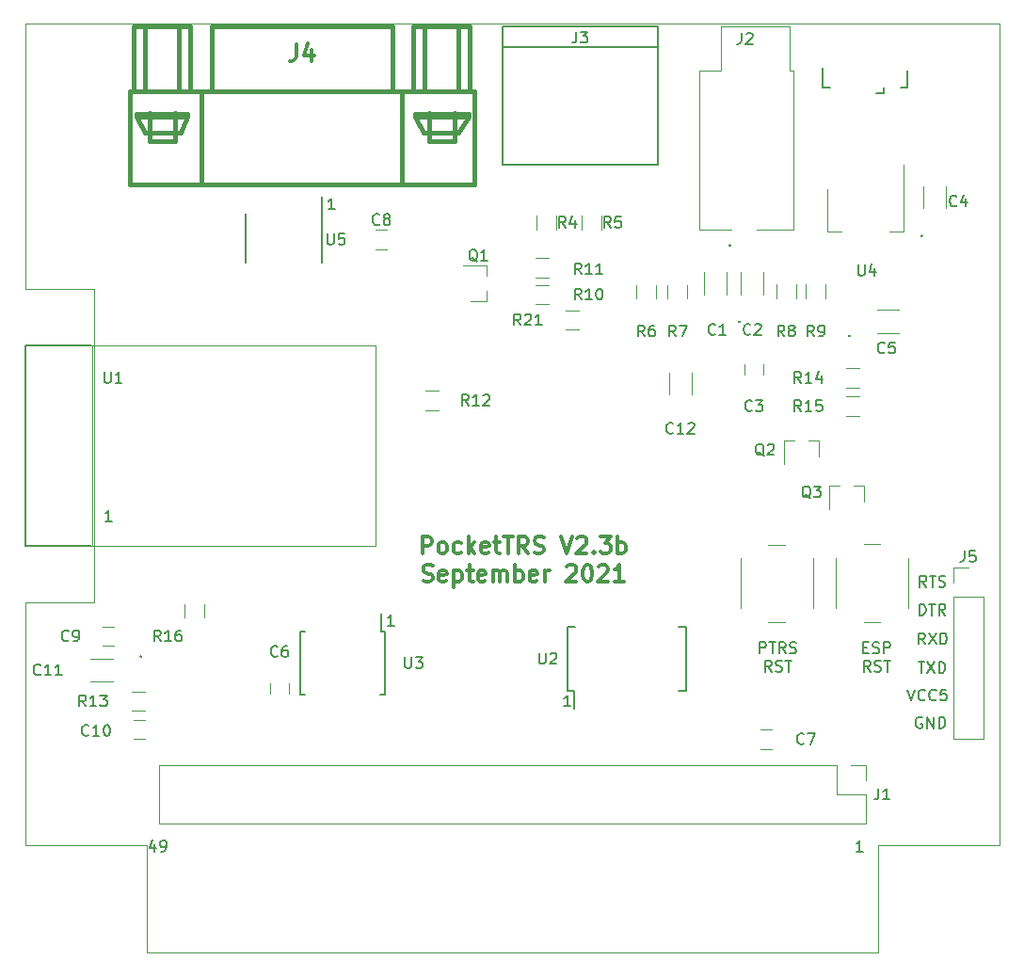
<source format=gbr>
G04 #@! TF.GenerationSoftware,KiCad,Pcbnew,(5.1.5)-3*
G04 #@! TF.CreationDate,2021-09-07T21:26:41+12:00*
G04 #@! TF.ProjectId,PocketTRS,506f636b-6574-4545-9253-2e6b69636164,rev?*
G04 #@! TF.SameCoordinates,Original*
G04 #@! TF.FileFunction,Legend,Top*
G04 #@! TF.FilePolarity,Positive*
%FSLAX46Y46*%
G04 Gerber Fmt 4.6, Leading zero omitted, Abs format (unit mm)*
G04 Created by KiCad (PCBNEW (5.1.5)-3) date 2021-09-07 21:26:41*
%MOMM*%
%LPD*%
G04 APERTURE LIST*
%ADD10C,0.150000*%
%ADD11C,0.050000*%
%ADD12C,0.300000*%
%ADD13C,0.120000*%
%ADD14C,0.381000*%
%ADD15C,0.304800*%
G04 APERTURE END LIST*
D10*
X176752285Y-135802714D02*
X176752285Y-136469380D01*
X176514190Y-135421761D02*
X176276095Y-136136047D01*
X176895142Y-136136047D01*
X177323714Y-136469380D02*
X177514190Y-136469380D01*
X177609428Y-136421761D01*
X177657047Y-136374142D01*
X177752285Y-136231285D01*
X177799904Y-136040809D01*
X177799904Y-135659857D01*
X177752285Y-135564619D01*
X177704666Y-135517000D01*
X177609428Y-135469380D01*
X177418952Y-135469380D01*
X177323714Y-135517000D01*
X177276095Y-135564619D01*
X177228476Y-135659857D01*
X177228476Y-135897952D01*
X177276095Y-135993190D01*
X177323714Y-136040809D01*
X177418952Y-136088428D01*
X177609428Y-136088428D01*
X177704666Y-136040809D01*
X177752285Y-135993190D01*
X177799904Y-135897952D01*
X240442714Y-136469380D02*
X239871285Y-136469380D01*
X240157000Y-136469380D02*
X240157000Y-135469380D01*
X240061761Y-135612238D01*
X239966523Y-135707476D01*
X239871285Y-135755095D01*
D11*
X175260000Y-135890000D02*
X176022000Y-135890000D01*
X241808000Y-145542000D02*
X241300000Y-145542000D01*
X241808000Y-135890000D02*
X252730000Y-135890000D01*
X241808000Y-145542000D02*
X241808000Y-135890000D01*
X176022000Y-145542000D02*
X241300000Y-145542000D01*
X176022000Y-135890000D02*
X176022000Y-145542000D01*
X165100000Y-135890000D02*
X175260000Y-135890000D01*
D10*
X229362000Y-88749142D02*
X229409619Y-88796761D01*
X229362000Y-88844380D01*
X229314380Y-88796761D01*
X229362000Y-88749142D01*
X229362000Y-88844380D01*
X175514000Y-118848142D02*
X175561619Y-118895761D01*
X175514000Y-118943380D01*
X175466380Y-118895761D01*
X175514000Y-118848142D01*
X175514000Y-118943380D01*
X245745000Y-81002142D02*
X245792619Y-81049761D01*
X245745000Y-81097380D01*
X245697380Y-81049761D01*
X245745000Y-81002142D01*
X245745000Y-81097380D01*
D11*
X165100000Y-135890000D02*
X165100000Y-114046000D01*
X165100000Y-64770000D02*
X165100000Y-85852000D01*
X171323000Y-85852000D02*
X171323000Y-90805000D01*
X171323000Y-85852000D02*
X165100000Y-85852000D01*
X171323000Y-114046000D02*
X171323000Y-90805000D01*
X165100000Y-114046000D02*
X171323000Y-114046000D01*
D10*
X231171952Y-118626380D02*
X231171952Y-117626380D01*
X231552904Y-117626380D01*
X231648142Y-117674000D01*
X231695761Y-117721619D01*
X231743380Y-117816857D01*
X231743380Y-117959714D01*
X231695761Y-118054952D01*
X231648142Y-118102571D01*
X231552904Y-118150190D01*
X231171952Y-118150190D01*
X232029095Y-117626380D02*
X232600523Y-117626380D01*
X232314809Y-118626380D02*
X232314809Y-117626380D01*
X233505285Y-118626380D02*
X233171952Y-118150190D01*
X232933857Y-118626380D02*
X232933857Y-117626380D01*
X233314809Y-117626380D01*
X233410047Y-117674000D01*
X233457666Y-117721619D01*
X233505285Y-117816857D01*
X233505285Y-117959714D01*
X233457666Y-118054952D01*
X233410047Y-118102571D01*
X233314809Y-118150190D01*
X232933857Y-118150190D01*
X233886238Y-118578761D02*
X234029095Y-118626380D01*
X234267190Y-118626380D01*
X234362428Y-118578761D01*
X234410047Y-118531142D01*
X234457666Y-118435904D01*
X234457666Y-118340666D01*
X234410047Y-118245428D01*
X234362428Y-118197809D01*
X234267190Y-118150190D01*
X234076714Y-118102571D01*
X233981476Y-118054952D01*
X233933857Y-118007333D01*
X233886238Y-117912095D01*
X233886238Y-117816857D01*
X233933857Y-117721619D01*
X233981476Y-117674000D01*
X234076714Y-117626380D01*
X234314809Y-117626380D01*
X234457666Y-117674000D01*
X232243380Y-120276380D02*
X231910047Y-119800190D01*
X231671952Y-120276380D02*
X231671952Y-119276380D01*
X232052904Y-119276380D01*
X232148142Y-119324000D01*
X232195761Y-119371619D01*
X232243380Y-119466857D01*
X232243380Y-119609714D01*
X232195761Y-119704952D01*
X232148142Y-119752571D01*
X232052904Y-119800190D01*
X231671952Y-119800190D01*
X232624333Y-120228761D02*
X232767190Y-120276380D01*
X233005285Y-120276380D01*
X233100523Y-120228761D01*
X233148142Y-120181142D01*
X233195761Y-120085904D01*
X233195761Y-119990666D01*
X233148142Y-119895428D01*
X233100523Y-119847809D01*
X233005285Y-119800190D01*
X232814809Y-119752571D01*
X232719571Y-119704952D01*
X232671952Y-119657333D01*
X232624333Y-119562095D01*
X232624333Y-119466857D01*
X232671952Y-119371619D01*
X232719571Y-119324000D01*
X232814809Y-119276380D01*
X233052904Y-119276380D01*
X233195761Y-119324000D01*
X233481476Y-119276380D02*
X234052904Y-119276380D01*
X233767190Y-120276380D02*
X233767190Y-119276380D01*
X240490523Y-118102571D02*
X240823857Y-118102571D01*
X240966714Y-118626380D02*
X240490523Y-118626380D01*
X240490523Y-117626380D01*
X240966714Y-117626380D01*
X241347666Y-118578761D02*
X241490523Y-118626380D01*
X241728619Y-118626380D01*
X241823857Y-118578761D01*
X241871476Y-118531142D01*
X241919095Y-118435904D01*
X241919095Y-118340666D01*
X241871476Y-118245428D01*
X241823857Y-118197809D01*
X241728619Y-118150190D01*
X241538142Y-118102571D01*
X241442904Y-118054952D01*
X241395285Y-118007333D01*
X241347666Y-117912095D01*
X241347666Y-117816857D01*
X241395285Y-117721619D01*
X241442904Y-117674000D01*
X241538142Y-117626380D01*
X241776238Y-117626380D01*
X241919095Y-117674000D01*
X242347666Y-118626380D02*
X242347666Y-117626380D01*
X242728619Y-117626380D01*
X242823857Y-117674000D01*
X242871476Y-117721619D01*
X242919095Y-117816857D01*
X242919095Y-117959714D01*
X242871476Y-118054952D01*
X242823857Y-118102571D01*
X242728619Y-118150190D01*
X242347666Y-118150190D01*
X241133380Y-120276380D02*
X240800047Y-119800190D01*
X240561952Y-120276380D02*
X240561952Y-119276380D01*
X240942904Y-119276380D01*
X241038142Y-119324000D01*
X241085761Y-119371619D01*
X241133380Y-119466857D01*
X241133380Y-119609714D01*
X241085761Y-119704952D01*
X241038142Y-119752571D01*
X240942904Y-119800190D01*
X240561952Y-119800190D01*
X241514333Y-120228761D02*
X241657190Y-120276380D01*
X241895285Y-120276380D01*
X241990523Y-120228761D01*
X242038142Y-120181142D01*
X242085761Y-120085904D01*
X242085761Y-119990666D01*
X242038142Y-119895428D01*
X241990523Y-119847809D01*
X241895285Y-119800190D01*
X241704809Y-119752571D01*
X241609571Y-119704952D01*
X241561952Y-119657333D01*
X241514333Y-119562095D01*
X241514333Y-119466857D01*
X241561952Y-119371619D01*
X241609571Y-119324000D01*
X241704809Y-119276380D01*
X241942904Y-119276380D01*
X242085761Y-119324000D01*
X242371476Y-119276380D02*
X242942904Y-119276380D01*
X242657190Y-120276380D02*
X242657190Y-119276380D01*
X228473000Y-81891142D02*
X228520619Y-81938761D01*
X228473000Y-81986380D01*
X228425380Y-81938761D01*
X228473000Y-81891142D01*
X228473000Y-81986380D01*
X239268000Y-90019142D02*
X239315619Y-90066761D01*
X239268000Y-90114380D01*
X239220380Y-90066761D01*
X239268000Y-90019142D01*
X239268000Y-90114380D01*
X192944714Y-78684380D02*
X192373285Y-78684380D01*
X192659000Y-78684380D02*
X192659000Y-77684380D01*
X192563761Y-77827238D01*
X192468523Y-77922476D01*
X192373285Y-77970095D01*
X198278714Y-116149380D02*
X197707285Y-116149380D01*
X197993000Y-116149380D02*
X197993000Y-115149380D01*
X197897761Y-115292238D01*
X197802523Y-115387476D01*
X197707285Y-115435095D01*
X214153714Y-123388380D02*
X213582285Y-123388380D01*
X213868000Y-123388380D02*
X213868000Y-122388380D01*
X213772761Y-122531238D01*
X213677523Y-122626476D01*
X213582285Y-122674095D01*
X172878714Y-106751380D02*
X172307285Y-106751380D01*
X172593000Y-106751380D02*
X172593000Y-105751380D01*
X172497761Y-105894238D01*
X172402523Y-105989476D01*
X172307285Y-106037095D01*
D11*
X252730000Y-64770000D02*
X252730000Y-61976000D01*
X165100000Y-61976000D02*
X165100000Y-64770000D01*
D12*
X200823857Y-109639571D02*
X200823857Y-108139571D01*
X201395285Y-108139571D01*
X201538142Y-108211000D01*
X201609571Y-108282428D01*
X201681000Y-108425285D01*
X201681000Y-108639571D01*
X201609571Y-108782428D01*
X201538142Y-108853857D01*
X201395285Y-108925285D01*
X200823857Y-108925285D01*
X202538142Y-109639571D02*
X202395285Y-109568142D01*
X202323857Y-109496714D01*
X202252428Y-109353857D01*
X202252428Y-108925285D01*
X202323857Y-108782428D01*
X202395285Y-108711000D01*
X202538142Y-108639571D01*
X202752428Y-108639571D01*
X202895285Y-108711000D01*
X202966714Y-108782428D01*
X203038142Y-108925285D01*
X203038142Y-109353857D01*
X202966714Y-109496714D01*
X202895285Y-109568142D01*
X202752428Y-109639571D01*
X202538142Y-109639571D01*
X204323857Y-109568142D02*
X204181000Y-109639571D01*
X203895285Y-109639571D01*
X203752428Y-109568142D01*
X203681000Y-109496714D01*
X203609571Y-109353857D01*
X203609571Y-108925285D01*
X203681000Y-108782428D01*
X203752428Y-108711000D01*
X203895285Y-108639571D01*
X204181000Y-108639571D01*
X204323857Y-108711000D01*
X204966714Y-109639571D02*
X204966714Y-108139571D01*
X205109571Y-109068142D02*
X205538142Y-109639571D01*
X205538142Y-108639571D02*
X204966714Y-109211000D01*
X206752428Y-109568142D02*
X206609571Y-109639571D01*
X206323857Y-109639571D01*
X206181000Y-109568142D01*
X206109571Y-109425285D01*
X206109571Y-108853857D01*
X206181000Y-108711000D01*
X206323857Y-108639571D01*
X206609571Y-108639571D01*
X206752428Y-108711000D01*
X206823857Y-108853857D01*
X206823857Y-108996714D01*
X206109571Y-109139571D01*
X207252428Y-108639571D02*
X207823857Y-108639571D01*
X207466714Y-108139571D02*
X207466714Y-109425285D01*
X207538142Y-109568142D01*
X207681000Y-109639571D01*
X207823857Y-109639571D01*
X208109571Y-108139571D02*
X208966714Y-108139571D01*
X208538142Y-109639571D02*
X208538142Y-108139571D01*
X210323857Y-109639571D02*
X209823857Y-108925285D01*
X209466714Y-109639571D02*
X209466714Y-108139571D01*
X210038142Y-108139571D01*
X210181000Y-108211000D01*
X210252428Y-108282428D01*
X210323857Y-108425285D01*
X210323857Y-108639571D01*
X210252428Y-108782428D01*
X210181000Y-108853857D01*
X210038142Y-108925285D01*
X209466714Y-108925285D01*
X210895285Y-109568142D02*
X211109571Y-109639571D01*
X211466714Y-109639571D01*
X211609571Y-109568142D01*
X211681000Y-109496714D01*
X211752428Y-109353857D01*
X211752428Y-109211000D01*
X211681000Y-109068142D01*
X211609571Y-108996714D01*
X211466714Y-108925285D01*
X211181000Y-108853857D01*
X211038142Y-108782428D01*
X210966714Y-108711000D01*
X210895285Y-108568142D01*
X210895285Y-108425285D01*
X210966714Y-108282428D01*
X211038142Y-108211000D01*
X211181000Y-108139571D01*
X211538142Y-108139571D01*
X211752428Y-108211000D01*
X213323857Y-108139571D02*
X213823857Y-109639571D01*
X214323857Y-108139571D01*
X214752428Y-108282428D02*
X214823857Y-108211000D01*
X214966714Y-108139571D01*
X215323857Y-108139571D01*
X215466714Y-108211000D01*
X215538142Y-108282428D01*
X215609571Y-108425285D01*
X215609571Y-108568142D01*
X215538142Y-108782428D01*
X214681000Y-109639571D01*
X215609571Y-109639571D01*
X216252428Y-109496714D02*
X216323857Y-109568142D01*
X216252428Y-109639571D01*
X216181000Y-109568142D01*
X216252428Y-109496714D01*
X216252428Y-109639571D01*
X216823857Y-108139571D02*
X217752428Y-108139571D01*
X217252428Y-108711000D01*
X217466714Y-108711000D01*
X217609571Y-108782428D01*
X217681000Y-108853857D01*
X217752428Y-108996714D01*
X217752428Y-109353857D01*
X217681000Y-109496714D01*
X217609571Y-109568142D01*
X217466714Y-109639571D01*
X217038142Y-109639571D01*
X216895285Y-109568142D01*
X216823857Y-109496714D01*
X218395285Y-109639571D02*
X218395285Y-108139571D01*
X218395285Y-108711000D02*
X218538142Y-108639571D01*
X218823857Y-108639571D01*
X218966714Y-108711000D01*
X219038142Y-108782428D01*
X219109571Y-108925285D01*
X219109571Y-109353857D01*
X219038142Y-109496714D01*
X218966714Y-109568142D01*
X218823857Y-109639571D01*
X218538142Y-109639571D01*
X218395285Y-109568142D01*
X200895285Y-112118142D02*
X201109571Y-112189571D01*
X201466714Y-112189571D01*
X201609571Y-112118142D01*
X201681000Y-112046714D01*
X201752428Y-111903857D01*
X201752428Y-111761000D01*
X201681000Y-111618142D01*
X201609571Y-111546714D01*
X201466714Y-111475285D01*
X201181000Y-111403857D01*
X201038142Y-111332428D01*
X200966714Y-111261000D01*
X200895285Y-111118142D01*
X200895285Y-110975285D01*
X200966714Y-110832428D01*
X201038142Y-110761000D01*
X201181000Y-110689571D01*
X201538142Y-110689571D01*
X201752428Y-110761000D01*
X202966714Y-112118142D02*
X202823857Y-112189571D01*
X202538142Y-112189571D01*
X202395285Y-112118142D01*
X202323857Y-111975285D01*
X202323857Y-111403857D01*
X202395285Y-111261000D01*
X202538142Y-111189571D01*
X202823857Y-111189571D01*
X202966714Y-111261000D01*
X203038142Y-111403857D01*
X203038142Y-111546714D01*
X202323857Y-111689571D01*
X203681000Y-111189571D02*
X203681000Y-112689571D01*
X203681000Y-111261000D02*
X203823857Y-111189571D01*
X204109571Y-111189571D01*
X204252428Y-111261000D01*
X204323857Y-111332428D01*
X204395285Y-111475285D01*
X204395285Y-111903857D01*
X204323857Y-112046714D01*
X204252428Y-112118142D01*
X204109571Y-112189571D01*
X203823857Y-112189571D01*
X203681000Y-112118142D01*
X204823857Y-111189571D02*
X205395285Y-111189571D01*
X205038142Y-110689571D02*
X205038142Y-111975285D01*
X205109571Y-112118142D01*
X205252428Y-112189571D01*
X205395285Y-112189571D01*
X206466714Y-112118142D02*
X206323857Y-112189571D01*
X206038142Y-112189571D01*
X205895285Y-112118142D01*
X205823857Y-111975285D01*
X205823857Y-111403857D01*
X205895285Y-111261000D01*
X206038142Y-111189571D01*
X206323857Y-111189571D01*
X206466714Y-111261000D01*
X206538142Y-111403857D01*
X206538142Y-111546714D01*
X205823857Y-111689571D01*
X207181000Y-112189571D02*
X207181000Y-111189571D01*
X207181000Y-111332428D02*
X207252428Y-111261000D01*
X207395285Y-111189571D01*
X207609571Y-111189571D01*
X207752428Y-111261000D01*
X207823857Y-111403857D01*
X207823857Y-112189571D01*
X207823857Y-111403857D02*
X207895285Y-111261000D01*
X208038142Y-111189571D01*
X208252428Y-111189571D01*
X208395285Y-111261000D01*
X208466714Y-111403857D01*
X208466714Y-112189571D01*
X209181000Y-112189571D02*
X209181000Y-110689571D01*
X209181000Y-111261000D02*
X209323857Y-111189571D01*
X209609571Y-111189571D01*
X209752428Y-111261000D01*
X209823857Y-111332428D01*
X209895285Y-111475285D01*
X209895285Y-111903857D01*
X209823857Y-112046714D01*
X209752428Y-112118142D01*
X209609571Y-112189571D01*
X209323857Y-112189571D01*
X209181000Y-112118142D01*
X211109571Y-112118142D02*
X210966714Y-112189571D01*
X210681000Y-112189571D01*
X210538142Y-112118142D01*
X210466714Y-111975285D01*
X210466714Y-111403857D01*
X210538142Y-111261000D01*
X210681000Y-111189571D01*
X210966714Y-111189571D01*
X211109571Y-111261000D01*
X211181000Y-111403857D01*
X211181000Y-111546714D01*
X210466714Y-111689571D01*
X211823857Y-112189571D02*
X211823857Y-111189571D01*
X211823857Y-111475285D02*
X211895285Y-111332428D01*
X211966714Y-111261000D01*
X212109571Y-111189571D01*
X212252428Y-111189571D01*
X213823857Y-110832428D02*
X213895285Y-110761000D01*
X214038142Y-110689571D01*
X214395285Y-110689571D01*
X214538142Y-110761000D01*
X214609571Y-110832428D01*
X214681000Y-110975285D01*
X214681000Y-111118142D01*
X214609571Y-111332428D01*
X213752428Y-112189571D01*
X214681000Y-112189571D01*
X215609571Y-110689571D02*
X215752428Y-110689571D01*
X215895285Y-110761000D01*
X215966714Y-110832428D01*
X216038142Y-110975285D01*
X216109571Y-111261000D01*
X216109571Y-111618142D01*
X216038142Y-111903857D01*
X215966714Y-112046714D01*
X215895285Y-112118142D01*
X215752428Y-112189571D01*
X215609571Y-112189571D01*
X215466714Y-112118142D01*
X215395285Y-112046714D01*
X215323857Y-111903857D01*
X215252428Y-111618142D01*
X215252428Y-111261000D01*
X215323857Y-110975285D01*
X215395285Y-110832428D01*
X215466714Y-110761000D01*
X215609571Y-110689571D01*
X216681000Y-110832428D02*
X216752428Y-110761000D01*
X216895285Y-110689571D01*
X217252428Y-110689571D01*
X217395285Y-110761000D01*
X217466714Y-110832428D01*
X217538142Y-110975285D01*
X217538142Y-111118142D01*
X217466714Y-111332428D01*
X216609571Y-112189571D01*
X217538142Y-112189571D01*
X218966714Y-112189571D02*
X218109571Y-112189571D01*
X218538142Y-112189571D02*
X218538142Y-110689571D01*
X218395285Y-110903857D01*
X218252428Y-111046714D01*
X218109571Y-111118142D01*
D11*
X252730000Y-64770000D02*
X252730000Y-135890000D01*
D10*
X244473214Y-121880380D02*
X244806547Y-122880380D01*
X245139880Y-121880380D01*
X246044642Y-122785142D02*
X245997023Y-122832761D01*
X245854166Y-122880380D01*
X245758928Y-122880380D01*
X245616071Y-122832761D01*
X245520833Y-122737523D01*
X245473214Y-122642285D01*
X245425595Y-122451809D01*
X245425595Y-122308952D01*
X245473214Y-122118476D01*
X245520833Y-122023238D01*
X245616071Y-121928000D01*
X245758928Y-121880380D01*
X245854166Y-121880380D01*
X245997023Y-121928000D01*
X246044642Y-121975619D01*
X247044642Y-122785142D02*
X246997023Y-122832761D01*
X246854166Y-122880380D01*
X246758928Y-122880380D01*
X246616071Y-122832761D01*
X246520833Y-122737523D01*
X246473214Y-122642285D01*
X246425595Y-122451809D01*
X246425595Y-122308952D01*
X246473214Y-122118476D01*
X246520833Y-122023238D01*
X246616071Y-121928000D01*
X246758928Y-121880380D01*
X246854166Y-121880380D01*
X246997023Y-121928000D01*
X247044642Y-121975619D01*
X247949404Y-121880380D02*
X247473214Y-121880380D01*
X247425595Y-122356571D01*
X247473214Y-122308952D01*
X247568452Y-122261333D01*
X247806547Y-122261333D01*
X247901785Y-122308952D01*
X247949404Y-122356571D01*
X247997023Y-122451809D01*
X247997023Y-122689904D01*
X247949404Y-122785142D01*
X247901785Y-122832761D01*
X247806547Y-122880380D01*
X247568452Y-122880380D01*
X247473214Y-122832761D01*
X247425595Y-122785142D01*
X245441452Y-119403880D02*
X246012880Y-119403880D01*
X245727166Y-120403880D02*
X245727166Y-119403880D01*
X246250976Y-119403880D02*
X246917642Y-120403880D01*
X246917642Y-119403880D02*
X246250976Y-120403880D01*
X247298595Y-120403880D02*
X247298595Y-119403880D01*
X247536690Y-119403880D01*
X247679547Y-119451500D01*
X247774785Y-119546738D01*
X247822404Y-119641976D01*
X247870023Y-119832452D01*
X247870023Y-119975309D01*
X247822404Y-120165785D01*
X247774785Y-120261023D01*
X247679547Y-120356261D01*
X247536690Y-120403880D01*
X247298595Y-120403880D01*
X246044642Y-117800380D02*
X245711309Y-117324190D01*
X245473214Y-117800380D02*
X245473214Y-116800380D01*
X245854166Y-116800380D01*
X245949404Y-116848000D01*
X245997023Y-116895619D01*
X246044642Y-116990857D01*
X246044642Y-117133714D01*
X245997023Y-117228952D01*
X245949404Y-117276571D01*
X245854166Y-117324190D01*
X245473214Y-117324190D01*
X246377976Y-116800380D02*
X247044642Y-117800380D01*
X247044642Y-116800380D02*
X246377976Y-117800380D01*
X247425595Y-117800380D02*
X247425595Y-116800380D01*
X247663690Y-116800380D01*
X247806547Y-116848000D01*
X247901785Y-116943238D01*
X247949404Y-117038476D01*
X247997023Y-117228952D01*
X247997023Y-117371809D01*
X247949404Y-117562285D01*
X247901785Y-117657523D01*
X247806547Y-117752761D01*
X247663690Y-117800380D01*
X247425595Y-117800380D01*
X245774785Y-124404500D02*
X245679547Y-124356880D01*
X245536690Y-124356880D01*
X245393833Y-124404500D01*
X245298595Y-124499738D01*
X245250976Y-124594976D01*
X245203357Y-124785452D01*
X245203357Y-124928309D01*
X245250976Y-125118785D01*
X245298595Y-125214023D01*
X245393833Y-125309261D01*
X245536690Y-125356880D01*
X245631928Y-125356880D01*
X245774785Y-125309261D01*
X245822404Y-125261642D01*
X245822404Y-124928309D01*
X245631928Y-124928309D01*
X246250976Y-125356880D02*
X246250976Y-124356880D01*
X246822404Y-125356880D01*
X246822404Y-124356880D01*
X247298595Y-125356880D02*
X247298595Y-124356880D01*
X247536690Y-124356880D01*
X247679547Y-124404500D01*
X247774785Y-124499738D01*
X247822404Y-124594976D01*
X247870023Y-124785452D01*
X247870023Y-124928309D01*
X247822404Y-125118785D01*
X247774785Y-125214023D01*
X247679547Y-125309261D01*
X247536690Y-125356880D01*
X247298595Y-125356880D01*
X245536690Y-115196880D02*
X245536690Y-114196880D01*
X245774785Y-114196880D01*
X245917642Y-114244500D01*
X246012880Y-114339738D01*
X246060500Y-114434976D01*
X246108119Y-114625452D01*
X246108119Y-114768309D01*
X246060500Y-114958785D01*
X246012880Y-115054023D01*
X245917642Y-115149261D01*
X245774785Y-115196880D01*
X245536690Y-115196880D01*
X246393833Y-114196880D02*
X246965261Y-114196880D01*
X246679547Y-115196880D02*
X246679547Y-114196880D01*
X247870023Y-115196880D02*
X247536690Y-114720690D01*
X247298595Y-115196880D02*
X247298595Y-114196880D01*
X247679547Y-114196880D01*
X247774785Y-114244500D01*
X247822404Y-114292119D01*
X247870023Y-114387357D01*
X247870023Y-114530214D01*
X247822404Y-114625452D01*
X247774785Y-114673071D01*
X247679547Y-114720690D01*
X247298595Y-114720690D01*
X246155738Y-112656880D02*
X245822404Y-112180690D01*
X245584309Y-112656880D02*
X245584309Y-111656880D01*
X245965261Y-111656880D01*
X246060500Y-111704500D01*
X246108119Y-111752119D01*
X246155738Y-111847357D01*
X246155738Y-111990214D01*
X246108119Y-112085452D01*
X246060500Y-112133071D01*
X245965261Y-112180690D01*
X245584309Y-112180690D01*
X246441452Y-111656880D02*
X247012880Y-111656880D01*
X246727166Y-112656880D02*
X246727166Y-111656880D01*
X247298595Y-112609261D02*
X247441452Y-112656880D01*
X247679547Y-112656880D01*
X247774785Y-112609261D01*
X247822404Y-112561642D01*
X247870023Y-112466404D01*
X247870023Y-112371166D01*
X247822404Y-112275928D01*
X247774785Y-112228309D01*
X247679547Y-112180690D01*
X247489071Y-112133071D01*
X247393833Y-112085452D01*
X247346214Y-112037833D01*
X247298595Y-111942595D01*
X247298595Y-111847357D01*
X247346214Y-111752119D01*
X247393833Y-111704500D01*
X247489071Y-111656880D01*
X247727166Y-111656880D01*
X247870023Y-111704500D01*
D11*
X165100000Y-61976000D02*
X252730000Y-61976000D01*
D10*
X244465000Y-67770000D02*
X243865000Y-67770000D01*
X244465000Y-66170000D02*
X244465000Y-67770000D01*
X236865000Y-67770000D02*
X237465000Y-67770000D01*
X236865000Y-65970000D02*
X236865000Y-67770000D01*
X242365000Y-68270000D02*
X242365000Y-67770000D01*
X241665000Y-68270000D02*
X242365000Y-68270000D01*
D13*
X240725000Y-128718000D02*
X240725000Y-130048000D01*
X239395000Y-128718000D02*
X240725000Y-128718000D01*
X240725000Y-131318000D02*
X240725000Y-133918000D01*
X238125000Y-131318000D02*
X240725000Y-131318000D01*
X238125000Y-128718000D02*
X238125000Y-131318000D01*
X240725000Y-133918000D02*
X177105000Y-133918000D01*
X238125000Y-128718000D02*
X177105000Y-128718000D01*
X177105000Y-128718000D02*
X177105000Y-133918000D01*
D10*
X165100000Y-90932000D02*
X165100000Y-108966000D01*
X171069000Y-90932000D02*
X165100000Y-90932000D01*
X171069000Y-108966000D02*
X165100000Y-108966000D01*
D11*
X196654000Y-108949000D02*
X171124000Y-108949000D01*
X171124000Y-108949000D02*
X171124000Y-90949000D01*
X171124000Y-90949000D02*
X196654000Y-90949000D01*
X196654000Y-90949000D02*
X196654000Y-108949000D01*
D13*
X248606000Y-110938000D02*
X249936000Y-110938000D01*
X248606000Y-112268000D02*
X248606000Y-110938000D01*
X248606000Y-113538000D02*
X251266000Y-113538000D01*
X251266000Y-113538000D02*
X251266000Y-126298000D01*
X248606000Y-113538000D02*
X248606000Y-126298000D01*
X248606000Y-126298000D02*
X251266000Y-126298000D01*
X244075000Y-74640000D02*
X244075000Y-80650000D01*
X237255000Y-76890000D02*
X237255000Y-80650000D01*
X244075000Y-80650000D02*
X242815000Y-80650000D01*
X237255000Y-80650000D02*
X238515000Y-80650000D01*
X231482000Y-93591000D02*
X231482000Y-92591000D01*
X229782000Y-92591000D02*
X229782000Y-93591000D01*
X245868000Y-76597000D02*
X245868000Y-78597000D01*
X247908000Y-78597000D02*
X247908000Y-76597000D01*
X241729000Y-89793000D02*
X243729000Y-89793000D01*
X243729000Y-87753000D02*
X241729000Y-87753000D01*
X188810000Y-122293000D02*
X188810000Y-121293000D01*
X187110000Y-121293000D02*
X187110000Y-122293000D01*
X231275000Y-127215000D02*
X232275000Y-127215000D01*
X232275000Y-125515000D02*
X231275000Y-125515000D01*
X197624000Y-80557000D02*
X196624000Y-80557000D01*
X196624000Y-82257000D02*
X197624000Y-82257000D01*
X173093000Y-116244000D02*
X172093000Y-116244000D01*
X172093000Y-117944000D02*
X173093000Y-117944000D01*
X175887000Y-124626000D02*
X174887000Y-124626000D01*
X174887000Y-126326000D02*
X175887000Y-126326000D01*
X211083000Y-80483000D02*
X211083000Y-79283000D01*
X212843000Y-79283000D02*
X212843000Y-80483000D01*
X216907000Y-79283000D02*
X216907000Y-80483000D01*
X215147000Y-80483000D02*
X215147000Y-79283000D01*
X221860000Y-85506000D02*
X221860000Y-86706000D01*
X220100000Y-86706000D02*
X220100000Y-85506000D01*
X224654000Y-85506000D02*
X224654000Y-86706000D01*
X222894000Y-86706000D02*
X222894000Y-85506000D01*
X234433000Y-85459000D02*
X234433000Y-86659000D01*
X232673000Y-86659000D02*
X232673000Y-85459000D01*
X235340000Y-86659000D02*
X235340000Y-85459000D01*
X237100000Y-85459000D02*
X237100000Y-86659000D01*
X212182000Y-87240000D02*
X210982000Y-87240000D01*
X210982000Y-85480000D02*
X212182000Y-85480000D01*
X210982000Y-83067000D02*
X212182000Y-83067000D01*
X212182000Y-84827000D02*
X210982000Y-84827000D01*
X202276000Y-96765000D02*
X201076000Y-96765000D01*
X201076000Y-95005000D02*
X202276000Y-95005000D01*
X174660000Y-122056000D02*
X175860000Y-122056000D01*
X175860000Y-123816000D02*
X174660000Y-123816000D01*
X240122000Y-94733000D02*
X238922000Y-94733000D01*
X238922000Y-92973000D02*
X240122000Y-92973000D01*
X240122000Y-97273000D02*
X238922000Y-97273000D01*
X238922000Y-95513000D02*
X240122000Y-95513000D01*
X179460000Y-115408000D02*
X179460000Y-114208000D01*
X181220000Y-114208000D02*
X181220000Y-115408000D01*
D10*
X214452000Y-122001000D02*
X214452000Y-123601000D01*
X224527000Y-122001000D02*
X224527000Y-116251000D01*
X213877000Y-122001000D02*
X213877000Y-116251000D01*
X224527000Y-122001000D02*
X223877000Y-122001000D01*
X224527000Y-116251000D02*
X223877000Y-116251000D01*
X213877000Y-116251000D02*
X214527000Y-116251000D01*
X213877000Y-122001000D02*
X214452000Y-122001000D01*
X191791000Y-77530000D02*
X191791000Y-83505000D01*
X184891000Y-79055000D02*
X184891000Y-83505000D01*
D13*
X206627000Y-86924000D02*
X205167000Y-86924000D01*
X206627000Y-83764000D02*
X204467000Y-83764000D01*
X206627000Y-83764000D02*
X206627000Y-84694000D01*
X206627000Y-86924000D02*
X206627000Y-85994000D01*
X236530000Y-99443000D02*
X235600000Y-99443000D01*
X233370000Y-99443000D02*
X234300000Y-99443000D01*
X233370000Y-99443000D02*
X233370000Y-101603000D01*
X236530000Y-99443000D02*
X236530000Y-100903000D01*
X240594000Y-103507000D02*
X240594000Y-104967000D01*
X237434000Y-103507000D02*
X237434000Y-105667000D01*
X237434000Y-103507000D02*
X238364000Y-103507000D01*
X240594000Y-103507000D02*
X239664000Y-103507000D01*
D10*
X197150000Y-116632000D02*
X197150000Y-115032000D01*
X189850000Y-116632000D02*
X189850000Y-122382000D01*
X197500000Y-116632000D02*
X197500000Y-122382000D01*
X189850000Y-116632000D02*
X190300000Y-116632000D01*
X189850000Y-122382000D02*
X190300000Y-122382000D01*
X197500000Y-122382000D02*
X197050000Y-122382000D01*
X197500000Y-116632000D02*
X197150000Y-116632000D01*
D13*
X172958000Y-119122000D02*
X170958000Y-119122000D01*
X170958000Y-121162000D02*
X172958000Y-121162000D01*
X229450000Y-110093000D02*
X229450000Y-114593000D01*
X233450000Y-108843000D02*
X231950000Y-108843000D01*
X235950000Y-114593000D02*
X235950000Y-110093000D01*
X231950000Y-115843000D02*
X233450000Y-115843000D01*
X242014000Y-108820000D02*
X240514000Y-108820000D01*
X238014000Y-110070000D02*
X238014000Y-114570000D01*
X240514000Y-115820000D02*
X242014000Y-115820000D01*
X244514000Y-114570000D02*
X244514000Y-110070000D01*
X228223000Y-86344000D02*
X228223000Y-84344000D01*
X226183000Y-84344000D02*
X226183000Y-86344000D01*
X229485000Y-84344000D02*
X229485000Y-86344000D01*
X231525000Y-86344000D02*
X231525000Y-84344000D01*
X223008000Y-93361000D02*
X223008000Y-95361000D01*
X225048000Y-95361000D02*
X225048000Y-93361000D01*
D14*
X200025000Y-68072000D02*
X200025000Y-62230000D01*
X200914000Y-71755000D02*
X200152000Y-70358000D01*
X204089000Y-71755000D02*
X204978000Y-70358000D01*
X199009000Y-76454000D02*
X199009000Y-68097400D01*
X205486000Y-68072000D02*
X205486000Y-76454000D01*
X174498000Y-76454000D02*
X174498000Y-68072000D01*
X174498000Y-76454000D02*
X205486000Y-76454000D01*
X180975000Y-68097400D02*
X180975000Y-76454000D01*
X175895000Y-71755000D02*
X175133000Y-70358000D01*
X179070000Y-71755000D02*
X179705000Y-70358000D01*
X179070000Y-71755000D02*
X175895000Y-71755000D01*
X204089000Y-71755000D02*
X200914000Y-71755000D01*
X175133000Y-70358000D02*
X179705000Y-70358000D01*
X179705000Y-70358000D02*
X179705000Y-70104000D01*
X179705000Y-70104000D02*
X175133000Y-70104000D01*
X175133000Y-70104000D02*
X175133000Y-70358000D01*
X200152000Y-70358000D02*
X204978000Y-70358000D01*
X204978000Y-70358000D02*
X204978000Y-70104000D01*
X204978000Y-70104000D02*
X200152000Y-70104000D01*
X200152000Y-70104000D02*
X200152000Y-70358000D01*
X178562000Y-69977000D02*
X178562000Y-72517000D01*
X178562000Y-72517000D02*
X176276000Y-72517000D01*
X176276000Y-72517000D02*
X176276000Y-69977000D01*
X203708000Y-69977000D02*
X203708000Y-72517000D01*
X203708000Y-72517000D02*
X201422000Y-72517000D01*
X201422000Y-72517000D02*
X201422000Y-69977000D01*
X201041000Y-68072000D02*
X201041000Y-62230000D01*
X204089000Y-68072000D02*
X204089000Y-62230000D01*
X175895000Y-68072000D02*
X175895000Y-62230000D01*
X178943000Y-68072000D02*
X178943000Y-62230000D01*
X179959000Y-68072000D02*
X179959000Y-62230000D01*
X179959000Y-62230000D02*
X174879000Y-62230000D01*
X174879000Y-62230000D02*
X174879000Y-67945000D01*
X205105000Y-68072000D02*
X205105000Y-62230000D01*
X205105000Y-62230000D02*
X200025000Y-62230000D01*
X198120000Y-68072000D02*
X198120000Y-62230000D01*
X198120000Y-62230000D02*
X181864000Y-62230000D01*
X181864000Y-62230000D02*
X181864000Y-68072000D01*
X205486000Y-68072000D02*
X174498000Y-68072000D01*
D13*
X228620000Y-80484000D02*
X225750000Y-80484000D01*
X225750000Y-80484000D02*
X225750000Y-66244000D01*
X225750000Y-66244000D02*
X227650000Y-66244000D01*
X227650000Y-66244000D02*
X227650000Y-62244000D01*
X227650000Y-62244000D02*
X233890000Y-62244000D01*
X233890000Y-62244000D02*
X233890000Y-66244000D01*
X233890000Y-66244000D02*
X234190000Y-66244000D01*
X234190000Y-66244000D02*
X234190000Y-80484000D01*
X234190000Y-80484000D02*
X230870000Y-80484000D01*
D10*
X208011000Y-62203000D02*
X208011000Y-74703000D01*
X208011000Y-74703000D02*
X222011000Y-74703000D01*
X222011000Y-74703000D02*
X222011000Y-62203000D01*
X222011000Y-62203000D02*
X208011000Y-62203000D01*
X208011000Y-64103000D02*
X222011000Y-64103000D01*
D13*
X213712500Y-87766000D02*
X214912500Y-87766000D01*
X214912500Y-89526000D02*
X213712500Y-89526000D01*
D10*
X241855666Y-130770380D02*
X241855666Y-131484666D01*
X241808047Y-131627523D01*
X241712809Y-131722761D01*
X241569952Y-131770380D01*
X241474714Y-131770380D01*
X242855666Y-131770380D02*
X242284238Y-131770380D01*
X242569952Y-131770380D02*
X242569952Y-130770380D01*
X242474714Y-130913238D01*
X242379476Y-131008476D01*
X242284238Y-131056095D01*
X172212095Y-93305380D02*
X172212095Y-94114904D01*
X172259714Y-94210142D01*
X172307333Y-94257761D01*
X172402571Y-94305380D01*
X172593047Y-94305380D01*
X172688285Y-94257761D01*
X172735904Y-94210142D01*
X172783523Y-94114904D01*
X172783523Y-93305380D01*
X173783523Y-94305380D02*
X173212095Y-94305380D01*
X173497809Y-94305380D02*
X173497809Y-93305380D01*
X173402571Y-93448238D01*
X173307333Y-93543476D01*
X173212095Y-93591095D01*
X249602666Y-109390380D02*
X249602666Y-110104666D01*
X249555047Y-110247523D01*
X249459809Y-110342761D01*
X249316952Y-110390380D01*
X249221714Y-110390380D01*
X250555047Y-109390380D02*
X250078857Y-109390380D01*
X250031238Y-109866571D01*
X250078857Y-109818952D01*
X250174095Y-109771333D01*
X250412190Y-109771333D01*
X250507428Y-109818952D01*
X250555047Y-109866571D01*
X250602666Y-109961809D01*
X250602666Y-110199904D01*
X250555047Y-110295142D01*
X250507428Y-110342761D01*
X250412190Y-110390380D01*
X250174095Y-110390380D01*
X250078857Y-110342761D01*
X250031238Y-110295142D01*
X240030095Y-83653380D02*
X240030095Y-84462904D01*
X240077714Y-84558142D01*
X240125333Y-84605761D01*
X240220571Y-84653380D01*
X240411047Y-84653380D01*
X240506285Y-84605761D01*
X240553904Y-84558142D01*
X240601523Y-84462904D01*
X240601523Y-83653380D01*
X241506285Y-83986714D02*
X241506285Y-84653380D01*
X241268190Y-83605761D02*
X241030095Y-84320047D01*
X241649142Y-84320047D01*
X230465333Y-96750142D02*
X230417714Y-96797761D01*
X230274857Y-96845380D01*
X230179619Y-96845380D01*
X230036761Y-96797761D01*
X229941523Y-96702523D01*
X229893904Y-96607285D01*
X229846285Y-96416809D01*
X229846285Y-96273952D01*
X229893904Y-96083476D01*
X229941523Y-95988238D01*
X230036761Y-95893000D01*
X230179619Y-95845380D01*
X230274857Y-95845380D01*
X230417714Y-95893000D01*
X230465333Y-95940619D01*
X230798666Y-95845380D02*
X231417714Y-95845380D01*
X231084380Y-96226333D01*
X231227238Y-96226333D01*
X231322476Y-96273952D01*
X231370095Y-96321571D01*
X231417714Y-96416809D01*
X231417714Y-96654904D01*
X231370095Y-96750142D01*
X231322476Y-96797761D01*
X231227238Y-96845380D01*
X230941523Y-96845380D01*
X230846285Y-96797761D01*
X230798666Y-96750142D01*
X248880333Y-78335142D02*
X248832714Y-78382761D01*
X248689857Y-78430380D01*
X248594619Y-78430380D01*
X248451761Y-78382761D01*
X248356523Y-78287523D01*
X248308904Y-78192285D01*
X248261285Y-78001809D01*
X248261285Y-77858952D01*
X248308904Y-77668476D01*
X248356523Y-77573238D01*
X248451761Y-77478000D01*
X248594619Y-77430380D01*
X248689857Y-77430380D01*
X248832714Y-77478000D01*
X248880333Y-77525619D01*
X249737476Y-77763714D02*
X249737476Y-78430380D01*
X249499380Y-77382761D02*
X249261285Y-78097047D01*
X249880333Y-78097047D01*
X242403333Y-91543142D02*
X242355714Y-91590761D01*
X242212857Y-91638380D01*
X242117619Y-91638380D01*
X241974761Y-91590761D01*
X241879523Y-91495523D01*
X241831904Y-91400285D01*
X241784285Y-91209809D01*
X241784285Y-91066952D01*
X241831904Y-90876476D01*
X241879523Y-90781238D01*
X241974761Y-90686000D01*
X242117619Y-90638380D01*
X242212857Y-90638380D01*
X242355714Y-90686000D01*
X242403333Y-90733619D01*
X243308095Y-90638380D02*
X242831904Y-90638380D01*
X242784285Y-91114571D01*
X242831904Y-91066952D01*
X242927142Y-91019333D01*
X243165238Y-91019333D01*
X243260476Y-91066952D01*
X243308095Y-91114571D01*
X243355714Y-91209809D01*
X243355714Y-91447904D01*
X243308095Y-91543142D01*
X243260476Y-91590761D01*
X243165238Y-91638380D01*
X242927142Y-91638380D01*
X242831904Y-91590761D01*
X242784285Y-91543142D01*
X187793333Y-118848142D02*
X187745714Y-118895761D01*
X187602857Y-118943380D01*
X187507619Y-118943380D01*
X187364761Y-118895761D01*
X187269523Y-118800523D01*
X187221904Y-118705285D01*
X187174285Y-118514809D01*
X187174285Y-118371952D01*
X187221904Y-118181476D01*
X187269523Y-118086238D01*
X187364761Y-117991000D01*
X187507619Y-117943380D01*
X187602857Y-117943380D01*
X187745714Y-117991000D01*
X187793333Y-118038619D01*
X188650476Y-117943380D02*
X188460000Y-117943380D01*
X188364761Y-117991000D01*
X188317142Y-118038619D01*
X188221904Y-118181476D01*
X188174285Y-118371952D01*
X188174285Y-118752904D01*
X188221904Y-118848142D01*
X188269523Y-118895761D01*
X188364761Y-118943380D01*
X188555238Y-118943380D01*
X188650476Y-118895761D01*
X188698095Y-118848142D01*
X188745714Y-118752904D01*
X188745714Y-118514809D01*
X188698095Y-118419571D01*
X188650476Y-118371952D01*
X188555238Y-118324333D01*
X188364761Y-118324333D01*
X188269523Y-118371952D01*
X188221904Y-118419571D01*
X188174285Y-118514809D01*
X235144333Y-126722142D02*
X235096714Y-126769761D01*
X234953857Y-126817380D01*
X234858619Y-126817380D01*
X234715761Y-126769761D01*
X234620523Y-126674523D01*
X234572904Y-126579285D01*
X234525285Y-126388809D01*
X234525285Y-126245952D01*
X234572904Y-126055476D01*
X234620523Y-125960238D01*
X234715761Y-125865000D01*
X234858619Y-125817380D01*
X234953857Y-125817380D01*
X235096714Y-125865000D01*
X235144333Y-125912619D01*
X235477666Y-125817380D02*
X236144333Y-125817380D01*
X235715761Y-126817380D01*
X196957333Y-80014142D02*
X196909714Y-80061761D01*
X196766857Y-80109380D01*
X196671619Y-80109380D01*
X196528761Y-80061761D01*
X196433523Y-79966523D01*
X196385904Y-79871285D01*
X196338285Y-79680809D01*
X196338285Y-79537952D01*
X196385904Y-79347476D01*
X196433523Y-79252238D01*
X196528761Y-79157000D01*
X196671619Y-79109380D01*
X196766857Y-79109380D01*
X196909714Y-79157000D01*
X196957333Y-79204619D01*
X197528761Y-79537952D02*
X197433523Y-79490333D01*
X197385904Y-79442714D01*
X197338285Y-79347476D01*
X197338285Y-79299857D01*
X197385904Y-79204619D01*
X197433523Y-79157000D01*
X197528761Y-79109380D01*
X197719238Y-79109380D01*
X197814476Y-79157000D01*
X197862095Y-79204619D01*
X197909714Y-79299857D01*
X197909714Y-79347476D01*
X197862095Y-79442714D01*
X197814476Y-79490333D01*
X197719238Y-79537952D01*
X197528761Y-79537952D01*
X197433523Y-79585571D01*
X197385904Y-79633190D01*
X197338285Y-79728428D01*
X197338285Y-79918904D01*
X197385904Y-80014142D01*
X197433523Y-80061761D01*
X197528761Y-80109380D01*
X197719238Y-80109380D01*
X197814476Y-80061761D01*
X197862095Y-80014142D01*
X197909714Y-79918904D01*
X197909714Y-79728428D01*
X197862095Y-79633190D01*
X197814476Y-79585571D01*
X197719238Y-79537952D01*
X168997333Y-117451142D02*
X168949714Y-117498761D01*
X168806857Y-117546380D01*
X168711619Y-117546380D01*
X168568761Y-117498761D01*
X168473523Y-117403523D01*
X168425904Y-117308285D01*
X168378285Y-117117809D01*
X168378285Y-116974952D01*
X168425904Y-116784476D01*
X168473523Y-116689238D01*
X168568761Y-116594000D01*
X168711619Y-116546380D01*
X168806857Y-116546380D01*
X168949714Y-116594000D01*
X168997333Y-116641619D01*
X169473523Y-117546380D02*
X169664000Y-117546380D01*
X169759238Y-117498761D01*
X169806857Y-117451142D01*
X169902095Y-117308285D01*
X169949714Y-117117809D01*
X169949714Y-116736857D01*
X169902095Y-116641619D01*
X169854476Y-116594000D01*
X169759238Y-116546380D01*
X169568761Y-116546380D01*
X169473523Y-116594000D01*
X169425904Y-116641619D01*
X169378285Y-116736857D01*
X169378285Y-116974952D01*
X169425904Y-117070190D01*
X169473523Y-117117809D01*
X169568761Y-117165428D01*
X169759238Y-117165428D01*
X169854476Y-117117809D01*
X169902095Y-117070190D01*
X169949714Y-116974952D01*
X170807142Y-125960142D02*
X170759523Y-126007761D01*
X170616666Y-126055380D01*
X170521428Y-126055380D01*
X170378571Y-126007761D01*
X170283333Y-125912523D01*
X170235714Y-125817285D01*
X170188095Y-125626809D01*
X170188095Y-125483952D01*
X170235714Y-125293476D01*
X170283333Y-125198238D01*
X170378571Y-125103000D01*
X170521428Y-125055380D01*
X170616666Y-125055380D01*
X170759523Y-125103000D01*
X170807142Y-125150619D01*
X171759523Y-126055380D02*
X171188095Y-126055380D01*
X171473809Y-126055380D02*
X171473809Y-125055380D01*
X171378571Y-125198238D01*
X171283333Y-125293476D01*
X171188095Y-125341095D01*
X172378571Y-125055380D02*
X172473809Y-125055380D01*
X172569047Y-125103000D01*
X172616666Y-125150619D01*
X172664285Y-125245857D01*
X172711904Y-125436333D01*
X172711904Y-125674428D01*
X172664285Y-125864904D01*
X172616666Y-125960142D01*
X172569047Y-126007761D01*
X172473809Y-126055380D01*
X172378571Y-126055380D01*
X172283333Y-126007761D01*
X172235714Y-125960142D01*
X172188095Y-125864904D01*
X172140476Y-125674428D01*
X172140476Y-125436333D01*
X172188095Y-125245857D01*
X172235714Y-125150619D01*
X172283333Y-125103000D01*
X172378571Y-125055380D01*
X213701333Y-80335380D02*
X213368000Y-79859190D01*
X213129904Y-80335380D02*
X213129904Y-79335380D01*
X213510857Y-79335380D01*
X213606095Y-79383000D01*
X213653714Y-79430619D01*
X213701333Y-79525857D01*
X213701333Y-79668714D01*
X213653714Y-79763952D01*
X213606095Y-79811571D01*
X213510857Y-79859190D01*
X213129904Y-79859190D01*
X214558476Y-79668714D02*
X214558476Y-80335380D01*
X214320380Y-79287761D02*
X214082285Y-80002047D01*
X214701333Y-80002047D01*
X217765333Y-80335380D02*
X217432000Y-79859190D01*
X217193904Y-80335380D02*
X217193904Y-79335380D01*
X217574857Y-79335380D01*
X217670095Y-79383000D01*
X217717714Y-79430619D01*
X217765333Y-79525857D01*
X217765333Y-79668714D01*
X217717714Y-79763952D01*
X217670095Y-79811571D01*
X217574857Y-79859190D01*
X217193904Y-79859190D01*
X218670095Y-79335380D02*
X218193904Y-79335380D01*
X218146285Y-79811571D01*
X218193904Y-79763952D01*
X218289142Y-79716333D01*
X218527238Y-79716333D01*
X218622476Y-79763952D01*
X218670095Y-79811571D01*
X218717714Y-79906809D01*
X218717714Y-80144904D01*
X218670095Y-80240142D01*
X218622476Y-80287761D01*
X218527238Y-80335380D01*
X218289142Y-80335380D01*
X218193904Y-80287761D01*
X218146285Y-80240142D01*
X220813333Y-90114380D02*
X220480000Y-89638190D01*
X220241904Y-90114380D02*
X220241904Y-89114380D01*
X220622857Y-89114380D01*
X220718095Y-89162000D01*
X220765714Y-89209619D01*
X220813333Y-89304857D01*
X220813333Y-89447714D01*
X220765714Y-89542952D01*
X220718095Y-89590571D01*
X220622857Y-89638190D01*
X220241904Y-89638190D01*
X221670476Y-89114380D02*
X221480000Y-89114380D01*
X221384761Y-89162000D01*
X221337142Y-89209619D01*
X221241904Y-89352476D01*
X221194285Y-89542952D01*
X221194285Y-89923904D01*
X221241904Y-90019142D01*
X221289523Y-90066761D01*
X221384761Y-90114380D01*
X221575238Y-90114380D01*
X221670476Y-90066761D01*
X221718095Y-90019142D01*
X221765714Y-89923904D01*
X221765714Y-89685809D01*
X221718095Y-89590571D01*
X221670476Y-89542952D01*
X221575238Y-89495333D01*
X221384761Y-89495333D01*
X221289523Y-89542952D01*
X221241904Y-89590571D01*
X221194285Y-89685809D01*
X223607333Y-90114380D02*
X223274000Y-89638190D01*
X223035904Y-90114380D02*
X223035904Y-89114380D01*
X223416857Y-89114380D01*
X223512095Y-89162000D01*
X223559714Y-89209619D01*
X223607333Y-89304857D01*
X223607333Y-89447714D01*
X223559714Y-89542952D01*
X223512095Y-89590571D01*
X223416857Y-89638190D01*
X223035904Y-89638190D01*
X223940666Y-89114380D02*
X224607333Y-89114380D01*
X224178761Y-90114380D01*
X233386333Y-90114380D02*
X233053000Y-89638190D01*
X232814904Y-90114380D02*
X232814904Y-89114380D01*
X233195857Y-89114380D01*
X233291095Y-89162000D01*
X233338714Y-89209619D01*
X233386333Y-89304857D01*
X233386333Y-89447714D01*
X233338714Y-89542952D01*
X233291095Y-89590571D01*
X233195857Y-89638190D01*
X232814904Y-89638190D01*
X233957761Y-89542952D02*
X233862523Y-89495333D01*
X233814904Y-89447714D01*
X233767285Y-89352476D01*
X233767285Y-89304857D01*
X233814904Y-89209619D01*
X233862523Y-89162000D01*
X233957761Y-89114380D01*
X234148238Y-89114380D01*
X234243476Y-89162000D01*
X234291095Y-89209619D01*
X234338714Y-89304857D01*
X234338714Y-89352476D01*
X234291095Y-89447714D01*
X234243476Y-89495333D01*
X234148238Y-89542952D01*
X233957761Y-89542952D01*
X233862523Y-89590571D01*
X233814904Y-89638190D01*
X233767285Y-89733428D01*
X233767285Y-89923904D01*
X233814904Y-90019142D01*
X233862523Y-90066761D01*
X233957761Y-90114380D01*
X234148238Y-90114380D01*
X234243476Y-90066761D01*
X234291095Y-90019142D01*
X234338714Y-89923904D01*
X234338714Y-89733428D01*
X234291095Y-89638190D01*
X234243476Y-89590571D01*
X234148238Y-89542952D01*
X236053333Y-90114380D02*
X235720000Y-89638190D01*
X235481904Y-90114380D02*
X235481904Y-89114380D01*
X235862857Y-89114380D01*
X235958095Y-89162000D01*
X236005714Y-89209619D01*
X236053333Y-89304857D01*
X236053333Y-89447714D01*
X236005714Y-89542952D01*
X235958095Y-89590571D01*
X235862857Y-89638190D01*
X235481904Y-89638190D01*
X236529523Y-90114380D02*
X236720000Y-90114380D01*
X236815238Y-90066761D01*
X236862857Y-90019142D01*
X236958095Y-89876285D01*
X237005714Y-89685809D01*
X237005714Y-89304857D01*
X236958095Y-89209619D01*
X236910476Y-89162000D01*
X236815238Y-89114380D01*
X236624761Y-89114380D01*
X236529523Y-89162000D01*
X236481904Y-89209619D01*
X236434285Y-89304857D01*
X236434285Y-89542952D01*
X236481904Y-89638190D01*
X236529523Y-89685809D01*
X236624761Y-89733428D01*
X236815238Y-89733428D01*
X236910476Y-89685809D01*
X236958095Y-89638190D01*
X237005714Y-89542952D01*
X215130142Y-86812380D02*
X214796809Y-86336190D01*
X214558714Y-86812380D02*
X214558714Y-85812380D01*
X214939666Y-85812380D01*
X215034904Y-85860000D01*
X215082523Y-85907619D01*
X215130142Y-86002857D01*
X215130142Y-86145714D01*
X215082523Y-86240952D01*
X215034904Y-86288571D01*
X214939666Y-86336190D01*
X214558714Y-86336190D01*
X216082523Y-86812380D02*
X215511095Y-86812380D01*
X215796809Y-86812380D02*
X215796809Y-85812380D01*
X215701571Y-85955238D01*
X215606333Y-86050476D01*
X215511095Y-86098095D01*
X216701571Y-85812380D02*
X216796809Y-85812380D01*
X216892047Y-85860000D01*
X216939666Y-85907619D01*
X216987285Y-86002857D01*
X217034904Y-86193333D01*
X217034904Y-86431428D01*
X216987285Y-86621904D01*
X216939666Y-86717142D01*
X216892047Y-86764761D01*
X216796809Y-86812380D01*
X216701571Y-86812380D01*
X216606333Y-86764761D01*
X216558714Y-86717142D01*
X216511095Y-86621904D01*
X216463476Y-86431428D01*
X216463476Y-86193333D01*
X216511095Y-86002857D01*
X216558714Y-85907619D01*
X216606333Y-85860000D01*
X216701571Y-85812380D01*
X215130142Y-84526380D02*
X214796809Y-84050190D01*
X214558714Y-84526380D02*
X214558714Y-83526380D01*
X214939666Y-83526380D01*
X215034904Y-83574000D01*
X215082523Y-83621619D01*
X215130142Y-83716857D01*
X215130142Y-83859714D01*
X215082523Y-83954952D01*
X215034904Y-84002571D01*
X214939666Y-84050190D01*
X214558714Y-84050190D01*
X216082523Y-84526380D02*
X215511095Y-84526380D01*
X215796809Y-84526380D02*
X215796809Y-83526380D01*
X215701571Y-83669238D01*
X215606333Y-83764476D01*
X215511095Y-83812095D01*
X217034904Y-84526380D02*
X216463476Y-84526380D01*
X216749190Y-84526380D02*
X216749190Y-83526380D01*
X216653952Y-83669238D01*
X216558714Y-83764476D01*
X216463476Y-83812095D01*
X204970142Y-96337380D02*
X204636809Y-95861190D01*
X204398714Y-96337380D02*
X204398714Y-95337380D01*
X204779666Y-95337380D01*
X204874904Y-95385000D01*
X204922523Y-95432619D01*
X204970142Y-95527857D01*
X204970142Y-95670714D01*
X204922523Y-95765952D01*
X204874904Y-95813571D01*
X204779666Y-95861190D01*
X204398714Y-95861190D01*
X205922523Y-96337380D02*
X205351095Y-96337380D01*
X205636809Y-96337380D02*
X205636809Y-95337380D01*
X205541571Y-95480238D01*
X205446333Y-95575476D01*
X205351095Y-95623095D01*
X206303476Y-95432619D02*
X206351095Y-95385000D01*
X206446333Y-95337380D01*
X206684428Y-95337380D01*
X206779666Y-95385000D01*
X206827285Y-95432619D01*
X206874904Y-95527857D01*
X206874904Y-95623095D01*
X206827285Y-95765952D01*
X206255857Y-96337380D01*
X206874904Y-96337380D01*
X170553142Y-123388380D02*
X170219809Y-122912190D01*
X169981714Y-123388380D02*
X169981714Y-122388380D01*
X170362666Y-122388380D01*
X170457904Y-122436000D01*
X170505523Y-122483619D01*
X170553142Y-122578857D01*
X170553142Y-122721714D01*
X170505523Y-122816952D01*
X170457904Y-122864571D01*
X170362666Y-122912190D01*
X169981714Y-122912190D01*
X171505523Y-123388380D02*
X170934095Y-123388380D01*
X171219809Y-123388380D02*
X171219809Y-122388380D01*
X171124571Y-122531238D01*
X171029333Y-122626476D01*
X170934095Y-122674095D01*
X171838857Y-122388380D02*
X172457904Y-122388380D01*
X172124571Y-122769333D01*
X172267428Y-122769333D01*
X172362666Y-122816952D01*
X172410285Y-122864571D01*
X172457904Y-122959809D01*
X172457904Y-123197904D01*
X172410285Y-123293142D01*
X172362666Y-123340761D01*
X172267428Y-123388380D01*
X171981714Y-123388380D01*
X171886476Y-123340761D01*
X171838857Y-123293142D01*
X234895142Y-94305380D02*
X234561809Y-93829190D01*
X234323714Y-94305380D02*
X234323714Y-93305380D01*
X234704666Y-93305380D01*
X234799904Y-93353000D01*
X234847523Y-93400619D01*
X234895142Y-93495857D01*
X234895142Y-93638714D01*
X234847523Y-93733952D01*
X234799904Y-93781571D01*
X234704666Y-93829190D01*
X234323714Y-93829190D01*
X235847523Y-94305380D02*
X235276095Y-94305380D01*
X235561809Y-94305380D02*
X235561809Y-93305380D01*
X235466571Y-93448238D01*
X235371333Y-93543476D01*
X235276095Y-93591095D01*
X236704666Y-93638714D02*
X236704666Y-94305380D01*
X236466571Y-93257761D02*
X236228476Y-93972047D01*
X236847523Y-93972047D01*
X234895142Y-96845380D02*
X234561809Y-96369190D01*
X234323714Y-96845380D02*
X234323714Y-95845380D01*
X234704666Y-95845380D01*
X234799904Y-95893000D01*
X234847523Y-95940619D01*
X234895142Y-96035857D01*
X234895142Y-96178714D01*
X234847523Y-96273952D01*
X234799904Y-96321571D01*
X234704666Y-96369190D01*
X234323714Y-96369190D01*
X235847523Y-96845380D02*
X235276095Y-96845380D01*
X235561809Y-96845380D02*
X235561809Y-95845380D01*
X235466571Y-95988238D01*
X235371333Y-96083476D01*
X235276095Y-96131095D01*
X236752285Y-95845380D02*
X236276095Y-95845380D01*
X236228476Y-96321571D01*
X236276095Y-96273952D01*
X236371333Y-96226333D01*
X236609428Y-96226333D01*
X236704666Y-96273952D01*
X236752285Y-96321571D01*
X236799904Y-96416809D01*
X236799904Y-96654904D01*
X236752285Y-96750142D01*
X236704666Y-96797761D01*
X236609428Y-96845380D01*
X236371333Y-96845380D01*
X236276095Y-96797761D01*
X236228476Y-96750142D01*
X177284142Y-117546380D02*
X176950809Y-117070190D01*
X176712714Y-117546380D02*
X176712714Y-116546380D01*
X177093666Y-116546380D01*
X177188904Y-116594000D01*
X177236523Y-116641619D01*
X177284142Y-116736857D01*
X177284142Y-116879714D01*
X177236523Y-116974952D01*
X177188904Y-117022571D01*
X177093666Y-117070190D01*
X176712714Y-117070190D01*
X178236523Y-117546380D02*
X177665095Y-117546380D01*
X177950809Y-117546380D02*
X177950809Y-116546380D01*
X177855571Y-116689238D01*
X177760333Y-116784476D01*
X177665095Y-116832095D01*
X179093666Y-116546380D02*
X178903190Y-116546380D01*
X178807952Y-116594000D01*
X178760333Y-116641619D01*
X178665095Y-116784476D01*
X178617476Y-116974952D01*
X178617476Y-117355904D01*
X178665095Y-117451142D01*
X178712714Y-117498761D01*
X178807952Y-117546380D01*
X178998428Y-117546380D01*
X179093666Y-117498761D01*
X179141285Y-117451142D01*
X179188904Y-117355904D01*
X179188904Y-117117809D01*
X179141285Y-117022571D01*
X179093666Y-116974952D01*
X178998428Y-116927333D01*
X178807952Y-116927333D01*
X178712714Y-116974952D01*
X178665095Y-117022571D01*
X178617476Y-117117809D01*
X211328095Y-118578380D02*
X211328095Y-119387904D01*
X211375714Y-119483142D01*
X211423333Y-119530761D01*
X211518571Y-119578380D01*
X211709047Y-119578380D01*
X211804285Y-119530761D01*
X211851904Y-119483142D01*
X211899523Y-119387904D01*
X211899523Y-118578380D01*
X212328095Y-118673619D02*
X212375714Y-118626000D01*
X212470952Y-118578380D01*
X212709047Y-118578380D01*
X212804285Y-118626000D01*
X212851904Y-118673619D01*
X212899523Y-118768857D01*
X212899523Y-118864095D01*
X212851904Y-119006952D01*
X212280476Y-119578380D01*
X212899523Y-119578380D01*
X192278095Y-80859380D02*
X192278095Y-81668904D01*
X192325714Y-81764142D01*
X192373333Y-81811761D01*
X192468571Y-81859380D01*
X192659047Y-81859380D01*
X192754285Y-81811761D01*
X192801904Y-81764142D01*
X192849523Y-81668904D01*
X192849523Y-80859380D01*
X193801904Y-80859380D02*
X193325714Y-80859380D01*
X193278095Y-81335571D01*
X193325714Y-81287952D01*
X193420952Y-81240333D01*
X193659047Y-81240333D01*
X193754285Y-81287952D01*
X193801904Y-81335571D01*
X193849523Y-81430809D01*
X193849523Y-81668904D01*
X193801904Y-81764142D01*
X193754285Y-81811761D01*
X193659047Y-81859380D01*
X193420952Y-81859380D01*
X193325714Y-81811761D01*
X193278095Y-81764142D01*
X205771761Y-83391619D02*
X205676523Y-83344000D01*
X205581285Y-83248761D01*
X205438428Y-83105904D01*
X205343190Y-83058285D01*
X205247952Y-83058285D01*
X205295571Y-83296380D02*
X205200333Y-83248761D01*
X205105095Y-83153523D01*
X205057476Y-82963047D01*
X205057476Y-82629714D01*
X205105095Y-82439238D01*
X205200333Y-82344000D01*
X205295571Y-82296380D01*
X205486047Y-82296380D01*
X205581285Y-82344000D01*
X205676523Y-82439238D01*
X205724142Y-82629714D01*
X205724142Y-82963047D01*
X205676523Y-83153523D01*
X205581285Y-83248761D01*
X205486047Y-83296380D01*
X205295571Y-83296380D01*
X206676523Y-83296380D02*
X206105095Y-83296380D01*
X206390809Y-83296380D02*
X206390809Y-82296380D01*
X206295571Y-82439238D01*
X206200333Y-82534476D01*
X206105095Y-82582095D01*
X231552761Y-100877619D02*
X231457523Y-100830000D01*
X231362285Y-100734761D01*
X231219428Y-100591904D01*
X231124190Y-100544285D01*
X231028952Y-100544285D01*
X231076571Y-100782380D02*
X230981333Y-100734761D01*
X230886095Y-100639523D01*
X230838476Y-100449047D01*
X230838476Y-100115714D01*
X230886095Y-99925238D01*
X230981333Y-99830000D01*
X231076571Y-99782380D01*
X231267047Y-99782380D01*
X231362285Y-99830000D01*
X231457523Y-99925238D01*
X231505142Y-100115714D01*
X231505142Y-100449047D01*
X231457523Y-100639523D01*
X231362285Y-100734761D01*
X231267047Y-100782380D01*
X231076571Y-100782380D01*
X231886095Y-99877619D02*
X231933714Y-99830000D01*
X232028952Y-99782380D01*
X232267047Y-99782380D01*
X232362285Y-99830000D01*
X232409904Y-99877619D01*
X232457523Y-99972857D01*
X232457523Y-100068095D01*
X232409904Y-100210952D01*
X231838476Y-100782380D01*
X232457523Y-100782380D01*
X235743761Y-104687619D02*
X235648523Y-104640000D01*
X235553285Y-104544761D01*
X235410428Y-104401904D01*
X235315190Y-104354285D01*
X235219952Y-104354285D01*
X235267571Y-104592380D02*
X235172333Y-104544761D01*
X235077095Y-104449523D01*
X235029476Y-104259047D01*
X235029476Y-103925714D01*
X235077095Y-103735238D01*
X235172333Y-103640000D01*
X235267571Y-103592380D01*
X235458047Y-103592380D01*
X235553285Y-103640000D01*
X235648523Y-103735238D01*
X235696142Y-103925714D01*
X235696142Y-104259047D01*
X235648523Y-104449523D01*
X235553285Y-104544761D01*
X235458047Y-104592380D01*
X235267571Y-104592380D01*
X236029476Y-103592380D02*
X236648523Y-103592380D01*
X236315190Y-103973333D01*
X236458047Y-103973333D01*
X236553285Y-104020952D01*
X236600904Y-104068571D01*
X236648523Y-104163809D01*
X236648523Y-104401904D01*
X236600904Y-104497142D01*
X236553285Y-104544761D01*
X236458047Y-104592380D01*
X236172333Y-104592380D01*
X236077095Y-104544761D01*
X236029476Y-104497142D01*
X199263095Y-118959380D02*
X199263095Y-119768904D01*
X199310714Y-119864142D01*
X199358333Y-119911761D01*
X199453571Y-119959380D01*
X199644047Y-119959380D01*
X199739285Y-119911761D01*
X199786904Y-119864142D01*
X199834523Y-119768904D01*
X199834523Y-118959380D01*
X200215476Y-118959380D02*
X200834523Y-118959380D01*
X200501190Y-119340333D01*
X200644047Y-119340333D01*
X200739285Y-119387952D01*
X200786904Y-119435571D01*
X200834523Y-119530809D01*
X200834523Y-119768904D01*
X200786904Y-119864142D01*
X200739285Y-119911761D01*
X200644047Y-119959380D01*
X200358333Y-119959380D01*
X200263095Y-119911761D01*
X200215476Y-119864142D01*
X166489142Y-120499142D02*
X166441523Y-120546761D01*
X166298666Y-120594380D01*
X166203428Y-120594380D01*
X166060571Y-120546761D01*
X165965333Y-120451523D01*
X165917714Y-120356285D01*
X165870095Y-120165809D01*
X165870095Y-120022952D01*
X165917714Y-119832476D01*
X165965333Y-119737238D01*
X166060571Y-119642000D01*
X166203428Y-119594380D01*
X166298666Y-119594380D01*
X166441523Y-119642000D01*
X166489142Y-119689619D01*
X167441523Y-120594380D02*
X166870095Y-120594380D01*
X167155809Y-120594380D02*
X167155809Y-119594380D01*
X167060571Y-119737238D01*
X166965333Y-119832476D01*
X166870095Y-119880095D01*
X168393904Y-120594380D02*
X167822476Y-120594380D01*
X168108190Y-120594380D02*
X168108190Y-119594380D01*
X168012952Y-119737238D01*
X167917714Y-119832476D01*
X167822476Y-119880095D01*
X227163333Y-89892142D02*
X227115714Y-89939761D01*
X226972857Y-89987380D01*
X226877619Y-89987380D01*
X226734761Y-89939761D01*
X226639523Y-89844523D01*
X226591904Y-89749285D01*
X226544285Y-89558809D01*
X226544285Y-89415952D01*
X226591904Y-89225476D01*
X226639523Y-89130238D01*
X226734761Y-89035000D01*
X226877619Y-88987380D01*
X226972857Y-88987380D01*
X227115714Y-89035000D01*
X227163333Y-89082619D01*
X228115714Y-89987380D02*
X227544285Y-89987380D01*
X227830000Y-89987380D02*
X227830000Y-88987380D01*
X227734761Y-89130238D01*
X227639523Y-89225476D01*
X227544285Y-89273095D01*
X230338333Y-89892142D02*
X230290714Y-89939761D01*
X230147857Y-89987380D01*
X230052619Y-89987380D01*
X229909761Y-89939761D01*
X229814523Y-89844523D01*
X229766904Y-89749285D01*
X229719285Y-89558809D01*
X229719285Y-89415952D01*
X229766904Y-89225476D01*
X229814523Y-89130238D01*
X229909761Y-89035000D01*
X230052619Y-88987380D01*
X230147857Y-88987380D01*
X230290714Y-89035000D01*
X230338333Y-89082619D01*
X230719285Y-89082619D02*
X230766904Y-89035000D01*
X230862142Y-88987380D01*
X231100238Y-88987380D01*
X231195476Y-89035000D01*
X231243095Y-89082619D01*
X231290714Y-89177857D01*
X231290714Y-89273095D01*
X231243095Y-89415952D01*
X230671666Y-89987380D01*
X231290714Y-89987380D01*
X223385142Y-98782142D02*
X223337523Y-98829761D01*
X223194666Y-98877380D01*
X223099428Y-98877380D01*
X222956571Y-98829761D01*
X222861333Y-98734523D01*
X222813714Y-98639285D01*
X222766095Y-98448809D01*
X222766095Y-98305952D01*
X222813714Y-98115476D01*
X222861333Y-98020238D01*
X222956571Y-97925000D01*
X223099428Y-97877380D01*
X223194666Y-97877380D01*
X223337523Y-97925000D01*
X223385142Y-97972619D01*
X224337523Y-98877380D02*
X223766095Y-98877380D01*
X224051809Y-98877380D02*
X224051809Y-97877380D01*
X223956571Y-98020238D01*
X223861333Y-98115476D01*
X223766095Y-98163095D01*
X224718476Y-97972619D02*
X224766095Y-97925000D01*
X224861333Y-97877380D01*
X225099428Y-97877380D01*
X225194666Y-97925000D01*
X225242285Y-97972619D01*
X225289904Y-98067857D01*
X225289904Y-98163095D01*
X225242285Y-98305952D01*
X224670857Y-98877380D01*
X225289904Y-98877380D01*
D15*
X189484000Y-63808428D02*
X189484000Y-64897000D01*
X189411428Y-65114714D01*
X189266285Y-65259857D01*
X189048571Y-65332428D01*
X188903428Y-65332428D01*
X190862857Y-64316428D02*
X190862857Y-65332428D01*
X190500000Y-63735857D02*
X190137142Y-64824428D01*
X191080571Y-64824428D01*
D10*
X229536666Y-62825380D02*
X229536666Y-63539666D01*
X229489047Y-63682523D01*
X229393809Y-63777761D01*
X229250952Y-63825380D01*
X229155714Y-63825380D01*
X229965238Y-62920619D02*
X230012857Y-62873000D01*
X230108095Y-62825380D01*
X230346190Y-62825380D01*
X230441428Y-62873000D01*
X230489047Y-62920619D01*
X230536666Y-63015857D01*
X230536666Y-63111095D01*
X230489047Y-63253952D01*
X229917619Y-63825380D01*
X230536666Y-63825380D01*
X214677666Y-62698380D02*
X214677666Y-63412666D01*
X214630047Y-63555523D01*
X214534809Y-63650761D01*
X214391952Y-63698380D01*
X214296714Y-63698380D01*
X215058619Y-62698380D02*
X215677666Y-62698380D01*
X215344333Y-63079333D01*
X215487190Y-63079333D01*
X215582428Y-63126952D01*
X215630047Y-63174571D01*
X215677666Y-63269809D01*
X215677666Y-63507904D01*
X215630047Y-63603142D01*
X215582428Y-63650761D01*
X215487190Y-63698380D01*
X215201476Y-63698380D01*
X215106238Y-63650761D01*
X215058619Y-63603142D01*
X209669142Y-89098380D02*
X209335809Y-88622190D01*
X209097714Y-89098380D02*
X209097714Y-88098380D01*
X209478666Y-88098380D01*
X209573904Y-88146000D01*
X209621523Y-88193619D01*
X209669142Y-88288857D01*
X209669142Y-88431714D01*
X209621523Y-88526952D01*
X209573904Y-88574571D01*
X209478666Y-88622190D01*
X209097714Y-88622190D01*
X210050095Y-88193619D02*
X210097714Y-88146000D01*
X210192952Y-88098380D01*
X210431047Y-88098380D01*
X210526285Y-88146000D01*
X210573904Y-88193619D01*
X210621523Y-88288857D01*
X210621523Y-88384095D01*
X210573904Y-88526952D01*
X210002476Y-89098380D01*
X210621523Y-89098380D01*
X211573904Y-89098380D02*
X211002476Y-89098380D01*
X211288190Y-89098380D02*
X211288190Y-88098380D01*
X211192952Y-88241238D01*
X211097714Y-88336476D01*
X211002476Y-88384095D01*
M02*

</source>
